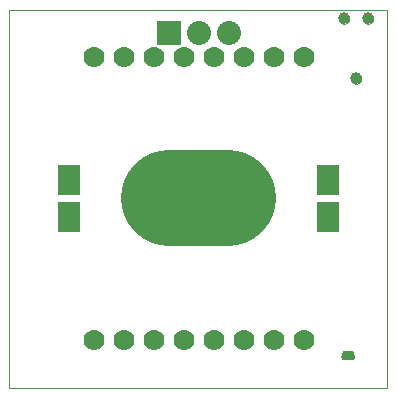
<source format=gbs>
G75*
G70*
%OFA0B0*%
%FSLAX24Y24*%
%IPPOS*%
%LPD*%
%AMOC8*
5,1,8,0,0,1.08239X$1,22.5*
%
%ADD10C,0.0000*%
%ADD11C,0.0700*%
%ADD12R,0.0740X0.1040*%
%ADD13C,0.3190*%
%ADD14R,0.0800X0.0800*%
%ADD15C,0.0800*%
%ADD16C,0.0390*%
%ADD17C,0.0001*%
D10*
X001553Y000683D02*
X001553Y013281D01*
X014151Y013281D01*
X014151Y000683D01*
X001553Y000683D01*
X012614Y001710D02*
X012626Y001738D01*
X012633Y001765D01*
X012645Y001793D01*
X012653Y001820D01*
X012665Y001852D01*
X012677Y001880D01*
X012685Y001907D01*
X012937Y001907D01*
X012968Y001907D01*
X012976Y001880D01*
X012988Y001852D01*
X012996Y001820D01*
X013007Y001793D01*
X013019Y001765D01*
X013027Y001738D01*
X013039Y001710D01*
X013027Y001687D01*
X013015Y001659D01*
X013004Y001635D01*
X012645Y001635D01*
X012637Y001659D01*
X012626Y001687D01*
X012614Y001710D01*
X012931Y010986D02*
X012933Y011012D01*
X012939Y011038D01*
X012948Y011062D01*
X012961Y011085D01*
X012978Y011105D01*
X012997Y011123D01*
X013019Y011138D01*
X013042Y011149D01*
X013067Y011157D01*
X013093Y011161D01*
X013119Y011161D01*
X013145Y011157D01*
X013170Y011149D01*
X013194Y011138D01*
X013215Y011123D01*
X013234Y011105D01*
X013251Y011085D01*
X013264Y011062D01*
X013273Y011038D01*
X013279Y011012D01*
X013281Y010986D01*
X013279Y010960D01*
X013273Y010934D01*
X013264Y010910D01*
X013251Y010887D01*
X013234Y010867D01*
X013215Y010849D01*
X013193Y010834D01*
X013170Y010823D01*
X013145Y010815D01*
X013119Y010811D01*
X013093Y010811D01*
X013067Y010815D01*
X013042Y010823D01*
X013018Y010834D01*
X012997Y010849D01*
X012978Y010867D01*
X012961Y010887D01*
X012948Y010910D01*
X012939Y010934D01*
X012933Y010960D01*
X012931Y010986D01*
X012531Y012986D02*
X012533Y013012D01*
X012539Y013038D01*
X012548Y013062D01*
X012561Y013085D01*
X012578Y013105D01*
X012597Y013123D01*
X012619Y013138D01*
X012642Y013149D01*
X012667Y013157D01*
X012693Y013161D01*
X012719Y013161D01*
X012745Y013157D01*
X012770Y013149D01*
X012794Y013138D01*
X012815Y013123D01*
X012834Y013105D01*
X012851Y013085D01*
X012864Y013062D01*
X012873Y013038D01*
X012879Y013012D01*
X012881Y012986D01*
X012879Y012960D01*
X012873Y012934D01*
X012864Y012910D01*
X012851Y012887D01*
X012834Y012867D01*
X012815Y012849D01*
X012793Y012834D01*
X012770Y012823D01*
X012745Y012815D01*
X012719Y012811D01*
X012693Y012811D01*
X012667Y012815D01*
X012642Y012823D01*
X012618Y012834D01*
X012597Y012849D01*
X012578Y012867D01*
X012561Y012887D01*
X012548Y012910D01*
X012539Y012934D01*
X012533Y012960D01*
X012531Y012986D01*
X013331Y012986D02*
X013333Y013012D01*
X013339Y013038D01*
X013348Y013062D01*
X013361Y013085D01*
X013378Y013105D01*
X013397Y013123D01*
X013419Y013138D01*
X013442Y013149D01*
X013467Y013157D01*
X013493Y013161D01*
X013519Y013161D01*
X013545Y013157D01*
X013570Y013149D01*
X013594Y013138D01*
X013615Y013123D01*
X013634Y013105D01*
X013651Y013085D01*
X013664Y013062D01*
X013673Y013038D01*
X013679Y013012D01*
X013681Y012986D01*
X013679Y012960D01*
X013673Y012934D01*
X013664Y012910D01*
X013651Y012887D01*
X013634Y012867D01*
X013615Y012849D01*
X013593Y012834D01*
X013570Y012823D01*
X013545Y012815D01*
X013519Y012811D01*
X013493Y012811D01*
X013467Y012815D01*
X013442Y012823D01*
X013418Y012834D01*
X013397Y012849D01*
X013378Y012867D01*
X013361Y012887D01*
X013348Y012910D01*
X013339Y012934D01*
X013333Y012960D01*
X013331Y012986D01*
D11*
X011356Y011710D03*
X010356Y011710D03*
X009356Y011710D03*
X008356Y011710D03*
X007356Y011710D03*
X006356Y011710D03*
X005356Y011710D03*
X004356Y011710D03*
X004356Y002261D03*
X005356Y002261D03*
X006356Y002261D03*
X007356Y002261D03*
X008356Y002261D03*
X009356Y002261D03*
X010356Y002261D03*
X011356Y002261D03*
D12*
X012187Y006376D03*
X012187Y007596D03*
X003525Y007596D03*
X003525Y006376D03*
D13*
X006872Y006986D02*
X008840Y006986D01*
D14*
X006856Y012486D03*
D15*
X007856Y012486D03*
X008856Y012486D03*
D16*
X012706Y012986D03*
X013506Y012986D03*
X013106Y010986D03*
D17*
X012968Y001906D02*
X012684Y001906D01*
X012684Y001905D02*
X012969Y001905D01*
X012969Y001904D02*
X012684Y001904D01*
X012684Y001903D02*
X012969Y001903D01*
X012969Y001902D02*
X012683Y001902D01*
X012683Y001901D02*
X012970Y001901D01*
X012970Y001900D02*
X012683Y001900D01*
X012682Y001899D02*
X012970Y001899D01*
X012971Y001898D02*
X012682Y001898D01*
X012682Y001897D02*
X012971Y001897D01*
X012971Y001896D02*
X012682Y001896D01*
X012681Y001895D02*
X012971Y001895D01*
X012972Y001894D02*
X012681Y001894D01*
X012681Y001893D02*
X012972Y001893D01*
X012972Y001892D02*
X012680Y001892D01*
X012680Y001891D02*
X012973Y001891D01*
X012973Y001890D02*
X012680Y001890D01*
X012680Y001889D02*
X012973Y001889D01*
X012973Y001888D02*
X012679Y001888D01*
X012679Y001887D02*
X012974Y001887D01*
X012974Y001886D02*
X012679Y001886D01*
X012678Y001885D02*
X012974Y001885D01*
X012975Y001884D02*
X012678Y001884D01*
X012678Y001883D02*
X012975Y001883D01*
X012975Y001882D02*
X012678Y001882D01*
X012677Y001881D02*
X012975Y001881D01*
X012976Y001880D02*
X012677Y001880D01*
X012677Y001879D02*
X012976Y001879D01*
X012976Y001878D02*
X012676Y001878D01*
X012676Y001877D02*
X012977Y001877D01*
X012977Y001876D02*
X012675Y001876D01*
X012675Y001875D02*
X012978Y001875D01*
X012978Y001874D02*
X012675Y001874D01*
X012674Y001873D02*
X012979Y001873D01*
X012979Y001872D02*
X012674Y001872D01*
X012673Y001871D02*
X012979Y001871D01*
X012980Y001870D02*
X012673Y001870D01*
X012672Y001869D02*
X012980Y001869D01*
X012981Y001868D02*
X012672Y001868D01*
X012672Y001867D02*
X012981Y001867D01*
X012982Y001866D02*
X012671Y001866D01*
X012671Y001865D02*
X012982Y001865D01*
X012982Y001864D02*
X012670Y001864D01*
X012670Y001863D02*
X012983Y001863D01*
X012983Y001862D02*
X012669Y001862D01*
X012669Y001861D02*
X012984Y001861D01*
X012984Y001860D02*
X012669Y001860D01*
X012668Y001859D02*
X012985Y001859D01*
X012985Y001858D02*
X012668Y001858D01*
X012667Y001857D02*
X012985Y001857D01*
X012986Y001856D02*
X012667Y001856D01*
X012666Y001855D02*
X012986Y001855D01*
X012987Y001854D02*
X012666Y001854D01*
X012666Y001853D02*
X012987Y001853D01*
X012988Y001852D02*
X012665Y001852D01*
X012665Y001851D02*
X012988Y001851D01*
X012988Y001850D02*
X012664Y001850D01*
X012664Y001849D02*
X012988Y001849D01*
X012989Y001848D02*
X012664Y001848D01*
X012663Y001847D02*
X012989Y001847D01*
X012989Y001846D02*
X012663Y001846D01*
X012663Y001845D02*
X012989Y001845D01*
X012990Y001844D02*
X012662Y001844D01*
X012662Y001843D02*
X012990Y001843D01*
X012990Y001842D02*
X012661Y001842D01*
X012661Y001841D02*
X012990Y001841D01*
X012991Y001840D02*
X012661Y001840D01*
X012660Y001839D02*
X012991Y001839D01*
X012991Y001838D02*
X012660Y001838D01*
X012660Y001837D02*
X012991Y001837D01*
X012992Y001836D02*
X012659Y001836D01*
X012659Y001835D02*
X012992Y001835D01*
X012992Y001834D02*
X012658Y001834D01*
X012658Y001833D02*
X012992Y001833D01*
X012993Y001833D02*
X012658Y001833D01*
X012657Y001832D02*
X012993Y001832D01*
X012993Y001831D02*
X012657Y001831D01*
X012657Y001830D02*
X012993Y001830D01*
X012994Y001829D02*
X012656Y001829D01*
X012656Y001828D02*
X012994Y001828D01*
X012994Y001827D02*
X012655Y001827D01*
X012655Y001826D02*
X012994Y001826D01*
X012995Y001825D02*
X012655Y001825D01*
X012654Y001824D02*
X012995Y001824D01*
X012995Y001823D02*
X012654Y001823D01*
X012654Y001822D02*
X012995Y001822D01*
X012996Y001821D02*
X012653Y001821D01*
X012653Y001820D02*
X012996Y001820D01*
X012997Y001819D02*
X012653Y001819D01*
X012652Y001818D02*
X012997Y001818D01*
X012997Y001817D02*
X012652Y001817D01*
X012652Y001816D02*
X012998Y001816D01*
X012998Y001815D02*
X012651Y001815D01*
X012651Y001814D02*
X012999Y001814D01*
X012999Y001813D02*
X012651Y001813D01*
X012651Y001812D02*
X013000Y001812D01*
X013000Y001811D02*
X012650Y001811D01*
X012650Y001810D02*
X013000Y001810D01*
X013001Y001809D02*
X012650Y001809D01*
X012649Y001808D02*
X013001Y001808D01*
X013002Y001807D02*
X012649Y001807D01*
X012649Y001806D02*
X013002Y001806D01*
X013003Y001805D02*
X012649Y001805D01*
X012648Y001804D02*
X013003Y001804D01*
X013003Y001803D02*
X012648Y001803D01*
X012648Y001802D02*
X013004Y001802D01*
X013004Y001801D02*
X012647Y001801D01*
X012647Y001800D02*
X013005Y001800D01*
X013005Y001799D02*
X012647Y001799D01*
X012647Y001798D02*
X013005Y001798D01*
X013006Y001797D02*
X012646Y001797D01*
X012646Y001796D02*
X013006Y001796D01*
X013007Y001795D02*
X012646Y001795D01*
X012645Y001794D02*
X013007Y001794D01*
X013008Y001793D02*
X012645Y001793D01*
X012645Y001792D02*
X013008Y001792D01*
X013008Y001791D02*
X012644Y001791D01*
X012644Y001790D02*
X013009Y001790D01*
X013009Y001789D02*
X012643Y001789D01*
X012643Y001788D02*
X013010Y001788D01*
X013010Y001787D02*
X012643Y001787D01*
X012642Y001786D02*
X013011Y001786D01*
X013011Y001785D02*
X012642Y001785D01*
X012641Y001784D02*
X013011Y001784D01*
X013012Y001783D02*
X012641Y001783D01*
X012640Y001782D02*
X013012Y001782D01*
X013013Y001781D02*
X012640Y001781D01*
X012640Y001780D02*
X013013Y001780D01*
X013014Y001779D02*
X012639Y001779D01*
X012639Y001778D02*
X013014Y001778D01*
X013014Y001777D02*
X012638Y001777D01*
X012638Y001776D02*
X013015Y001776D01*
X013015Y001775D02*
X012637Y001775D01*
X012637Y001774D02*
X013016Y001774D01*
X013016Y001773D02*
X012637Y001773D01*
X012636Y001772D02*
X013017Y001772D01*
X013017Y001771D02*
X012636Y001771D01*
X012635Y001770D02*
X013017Y001770D01*
X013018Y001769D02*
X012635Y001769D01*
X012634Y001768D02*
X013018Y001768D01*
X013019Y001767D02*
X012634Y001767D01*
X012634Y001766D02*
X013019Y001766D01*
X013020Y001765D02*
X012633Y001765D01*
X012633Y001764D02*
X013020Y001764D01*
X013020Y001763D02*
X012633Y001763D01*
X012632Y001762D02*
X013020Y001762D01*
X013021Y001761D02*
X012632Y001761D01*
X012632Y001760D02*
X013021Y001760D01*
X013021Y001759D02*
X012632Y001759D01*
X012631Y001758D02*
X013022Y001758D01*
X013022Y001757D02*
X012631Y001757D01*
X012631Y001756D02*
X013022Y001756D01*
X013022Y001755D02*
X012630Y001755D01*
X012630Y001754D02*
X013023Y001754D01*
X013023Y001753D02*
X012630Y001753D01*
X012630Y001752D02*
X013023Y001752D01*
X013024Y001751D02*
X012629Y001751D01*
X012629Y001750D02*
X013024Y001750D01*
X013024Y001749D02*
X012629Y001749D01*
X012628Y001748D02*
X013024Y001748D01*
X013025Y001747D02*
X012628Y001747D01*
X012628Y001746D02*
X013025Y001746D01*
X013025Y001745D02*
X012628Y001745D01*
X012627Y001744D02*
X013026Y001744D01*
X013026Y001743D02*
X012627Y001743D01*
X012627Y001742D02*
X013026Y001742D01*
X013026Y001741D02*
X012626Y001741D01*
X012626Y001740D02*
X013027Y001740D01*
X013027Y001739D02*
X012626Y001739D01*
X012626Y001738D02*
X013027Y001738D01*
X013028Y001737D02*
X012625Y001737D01*
X012625Y001736D02*
X013028Y001736D01*
X013029Y001735D02*
X012624Y001735D01*
X012624Y001734D02*
X013029Y001734D01*
X013029Y001733D02*
X012623Y001733D01*
X012623Y001732D02*
X013030Y001732D01*
X013030Y001731D02*
X012623Y001731D01*
X012622Y001730D02*
X013031Y001730D01*
X013031Y001729D02*
X012622Y001729D01*
X012621Y001728D02*
X013032Y001728D01*
X013032Y001727D02*
X012621Y001727D01*
X012620Y001726D02*
X013032Y001726D01*
X013033Y001725D02*
X012620Y001725D01*
X012620Y001724D02*
X013033Y001724D01*
X013034Y001723D02*
X012619Y001723D01*
X012619Y001722D02*
X013034Y001722D01*
X013035Y001721D02*
X012618Y001721D01*
X012618Y001720D02*
X013035Y001720D01*
X013035Y001719D02*
X012617Y001719D01*
X012617Y001718D02*
X013036Y001718D01*
X013036Y001717D02*
X012617Y001717D01*
X012616Y001716D02*
X013037Y001716D01*
X013037Y001715D02*
X012616Y001715D01*
X012615Y001714D02*
X013038Y001714D01*
X013038Y001713D02*
X012615Y001713D01*
X012614Y001712D02*
X013038Y001712D01*
X013039Y001711D02*
X012614Y001711D01*
X012614Y001710D02*
X013039Y001710D01*
X013038Y001709D02*
X012615Y001709D01*
X012615Y001708D02*
X013038Y001708D01*
X013037Y001707D02*
X012616Y001707D01*
X012616Y001706D02*
X013037Y001706D01*
X013036Y001705D02*
X012617Y001705D01*
X012617Y001704D02*
X013036Y001704D01*
X013035Y001703D02*
X012618Y001703D01*
X012618Y001702D02*
X013035Y001702D01*
X013034Y001701D02*
X012619Y001701D01*
X012619Y001700D02*
X013034Y001700D01*
X013033Y001699D02*
X012620Y001699D01*
X012620Y001698D02*
X013033Y001698D01*
X013032Y001697D02*
X012621Y001697D01*
X012621Y001696D02*
X013032Y001696D01*
X013031Y001695D02*
X012622Y001695D01*
X012622Y001694D02*
X013031Y001694D01*
X013030Y001693D02*
X012623Y001693D01*
X012623Y001692D02*
X013030Y001692D01*
X013029Y001691D02*
X012624Y001691D01*
X012624Y001690D02*
X013029Y001690D01*
X013028Y001689D02*
X012625Y001689D01*
X012625Y001688D02*
X013028Y001688D01*
X013027Y001687D02*
X012626Y001687D01*
X012626Y001686D02*
X013027Y001686D01*
X013026Y001685D02*
X012626Y001685D01*
X012627Y001684D02*
X013026Y001684D01*
X013025Y001683D02*
X012627Y001683D01*
X012628Y001682D02*
X013025Y001682D01*
X013025Y001681D02*
X012628Y001681D01*
X012629Y001680D02*
X013024Y001680D01*
X013024Y001679D02*
X012629Y001679D01*
X012629Y001678D02*
X013023Y001678D01*
X013023Y001677D02*
X012630Y001677D01*
X012630Y001676D02*
X013022Y001676D01*
X013022Y001675D02*
X012631Y001675D01*
X012631Y001674D02*
X013022Y001674D01*
X013021Y001673D02*
X012632Y001673D01*
X012632Y001672D02*
X013021Y001672D01*
X013020Y001671D02*
X012632Y001671D01*
X012633Y001670D02*
X013020Y001670D01*
X013019Y001669D02*
X012633Y001669D01*
X012634Y001668D02*
X013019Y001668D01*
X013019Y001667D02*
X012634Y001667D01*
X012635Y001666D02*
X013018Y001666D01*
X013018Y001665D02*
X012635Y001665D01*
X012635Y001664D02*
X013017Y001664D01*
X013017Y001663D02*
X012636Y001663D01*
X012636Y001662D02*
X013016Y001662D01*
X013016Y001661D02*
X012637Y001661D01*
X012637Y001660D02*
X013016Y001660D01*
X013015Y001659D02*
X012638Y001659D01*
X012638Y001658D02*
X013015Y001658D01*
X013014Y001657D02*
X012638Y001657D01*
X012639Y001656D02*
X013014Y001656D01*
X013013Y001655D02*
X012639Y001655D01*
X012639Y001654D02*
X013013Y001654D01*
X013012Y001653D02*
X012640Y001653D01*
X012640Y001652D02*
X013012Y001652D01*
X013011Y001651D02*
X012640Y001651D01*
X012641Y001650D02*
X013011Y001650D01*
X013010Y001649D02*
X012641Y001649D01*
X012641Y001648D02*
X013010Y001648D01*
X013009Y001647D02*
X012642Y001647D01*
X012642Y001646D02*
X013009Y001646D01*
X013008Y001645D02*
X012642Y001645D01*
X012643Y001644D02*
X013008Y001644D01*
X013007Y001643D02*
X012643Y001643D01*
X012643Y001642D02*
X013007Y001642D01*
X013006Y001641D02*
X012644Y001641D01*
X012644Y001640D02*
X013006Y001640D01*
X013005Y001639D02*
X012644Y001639D01*
X012645Y001638D02*
X013005Y001638D01*
X013004Y001637D02*
X012645Y001637D01*
X012645Y001636D02*
X013004Y001636D01*
M02*

</source>
